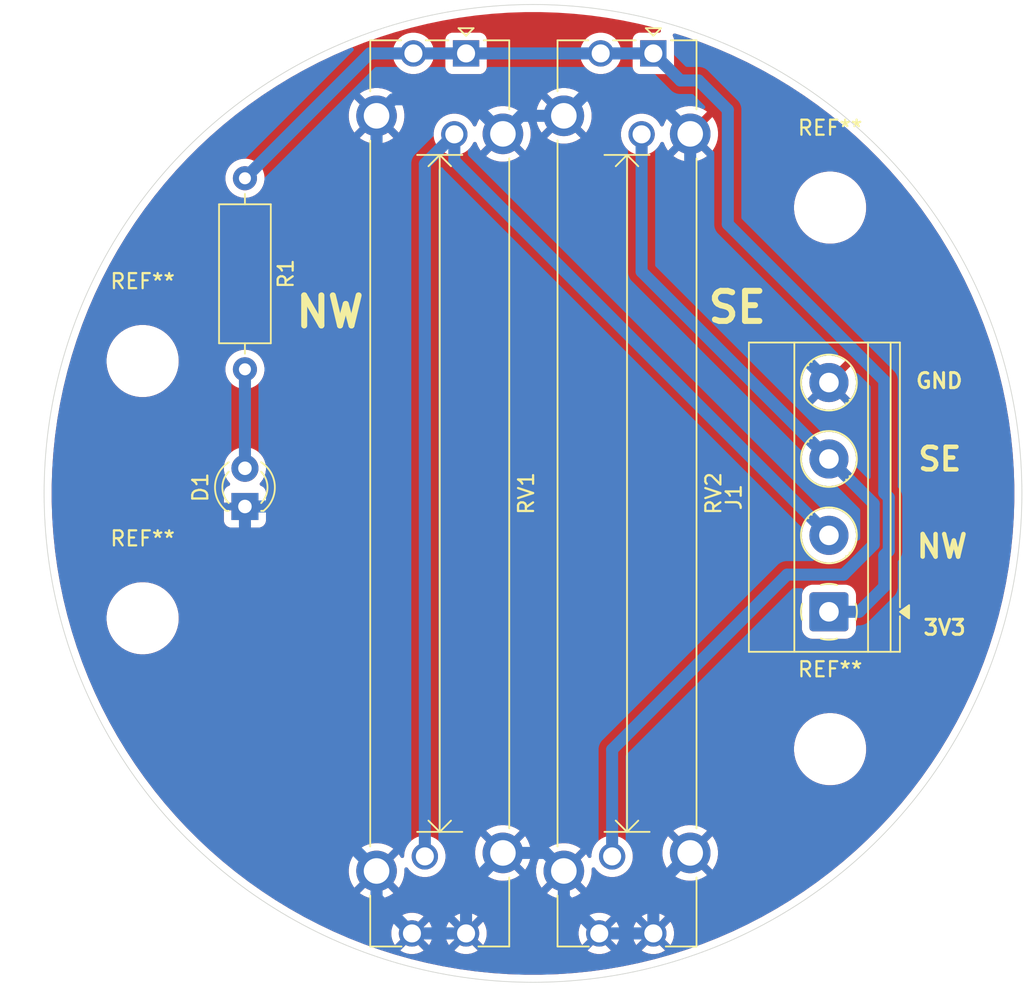
<source format=kicad_pcb>
(kicad_pcb (version 20241229) (generator "pcbnew") (generator_version "9.0")
  (layers (0 "F.Cu" signal) (2 "B.Cu" signal) (13 "F.Paste" user) (15 "B.Paste" user) (5 "F.SilkS" user "F.Silkscreen") (7 "B.SilkS" user "B.Silkscreen") (1 "F.Mask" user) (3 "B.Mask" user) (25 "Edge.Cuts" user))
  (net 0 "")
  (net 1 "+3.3V")
  (net 2 "Net-(J1-Pin_2)")
  (net 3 "Net-(J1-Pin_3)")
  (net 4 "GNDREF")
  (net 5 "Net-(D1-A)")
  (footprint "Potentiometer_THT:Potentiometer_Bourns_PTA4543_Single_Slide" (layer "F.Cu") (at 144.55 67.05 -90)
    (property "Reference" "RV1" (at 29.25 -4 90) (layer "F.SilkS"))
    (property "Value" "10k")
    (fp_line (start -0.87 6.37) (end 2.515 6.37) (stroke (width 0.12)) (layer "F.SilkS"))
    (fp_line (start 5.786 6.37) (end 52.715 6.37) (stroke (width 0.12)) (layer "F.SilkS"))
    (fp_line (start 55.986 6.37) (end 59.37 6.37) (stroke (width 0.12)) (layer "F.SilkS"))
    (fp_line (start -0.87 4.323) (end -0.87 6.37) (stroke (width 0.12)) (layer "F.SilkS"))
    (fp_line (start 59.37 4.29) (end 59.37 6.37) (stroke (width 0.12)) (layer "F.SilkS"))
    (fp_line (start 6.75 1.75) (end 7.5 2.5) (stroke (width 0.12)) (layer "F.SilkS"))
    (fp_line (start 6.75 1.75) (end 51.75 1.75) (stroke (width 0.12)) (layer "F.SilkS"))
    (fp_line (start 51.75 1.75) (end 51 2.5) (stroke (width 0.12)) (layer "F.SilkS"))
    (fp_line (start -0.87 1.175) (end -0.87 2.678) (stroke (width 0.12)) (layer "F.SilkS"))
    (fp_line (start 7.5 1) (end 6.75 1.75) (stroke (width 0.12)) (layer "F.SilkS"))
    (fp_line (start 51 1) (end 51.75 1.75) (stroke (width 0.12)) (layer "F.SilkS"))
    (fp_line (start -1.675 0.5) (end -1.175 0) (stroke (width 0.12)) (layer "F.SilkS"))
    (fp_line (start 6.75 0.25) (end 6.75 3.25) (stroke (width 0.12)) (layer "F.SilkS"))
    (fp_line (start 51.75 0.25) (end 51.75 3.25) (stroke (width 0.12)) (layer "F.SilkS"))
    (fp_line (start -1.175 0) (end -1.675 -0.5) (stroke (width 0.12)) (layer "F.SilkS"))
    (fp_line (start -1.675 -0.5) (end -1.675 0.5) (stroke (width 0.12)) (layer "F.SilkS"))
    (fp_line (start -0.87 -2.87) (end -0.87 -1.175) (stroke (width 0.12)) (layer "F.SilkS"))
    (fp_line (start -0.87 -2.87) (end 3.715 -2.87) (stroke (width 0.12)) (layer "F.SilkS"))
    (fp_line (start 6.986 -2.87) (end 51.515 -2.87) (stroke (width 0.12)) (layer "F.SilkS"))
    (fp_line (start 54.786 -2.87) (end 59.37 -2.87) (stroke (width 0.12)) (layer "F.SilkS"))
    (fp_line (start 59.37 -2.87) (end 59.37 -0.823) (stroke (width 0.12)) (layer "F.SilkS"))
    (pad "1" thru_hole rect (at 0 0 270) (size 1.75 1.75) (drill 1.2) (layers "*.Cu" "*.Mask") (net 1 "+3.3V"))
    (pad "1" thru_hole circle (at 0 3.5 270) (size 1.75 1.75) (drill 1.2) (layers "*.Cu" "*.Mask") (net 1 "+3.3V"))
    (pad "2" thru_hole circle (at 5.38 0.78 270) (size 1.75 1.75) (drill 1.2) (layers "*.Cu" "*.Mask") (net 2 "Net-(J1-Pin_2)"))
    (pad "2" thru_hole circle (at 53.38 2.74 270) (size 1.75 1.75) (drill 1.2) (layers "*.Cu" "*.Mask") (net 2 "Net-(J1-Pin_2)"))
    (pad "3" thru_hole circle (at 58.5 0 270) (size 1.75 1.75) (drill 1.2) (layers "*.Cu" "*.Mask") (net 4 "GNDREF"))
    (pad "3" thru_hole circle (at 58.5 3.5965 270) (size 1.75 1.75) (drill 1.2) (layers "*.Cu" "*.Mask") (net 4 "GNDREF"))
    (pad "MP" thru_hole circle (at 4.15 5.95 270) (size 2.7 2.7) (drill 1.7) (layers "*.Cu" "*.Mask") (net 4 "GNDREF"))
    (pad "MP" thru_hole circle (at 5.35 -2.45 270) (size 2.7 2.7) (drill 1.7) (layers "*.Cu" "*.Mask") (net 4 "GNDREF"))
    (pad "MP" thru_hole circle (at 53.15 -2.45 270) (size 2.7 2.7) (drill 1.7) (layers "*.Cu" "*.Mask") (net 4 "GNDREF"))
    (pad "MP" thru_hole circle (at 54.35 5.95 270) (size 2.7 2.7) (drill 1.7) (layers "*.Cu" "*.Mask") (net 4 "GNDREF"))
  )
  (footprint "MountingHole:MountingHole_4.3mm_M4" (layer "F.Cu") (at 123.05 87.5)
    (property "Reference" "REF**" (at 0 -5.3 0) (layer "F.SilkS"))
    (property "Value" "MountingHole_4.3mm_M4")
    (pad "" np_thru_hole circle (at 0 0) (size 4.3 4.3) (drill 4.3) (layers "*.Cu" "*.Mask"))
  )
  (footprint "LED_THT:LED_D3.0mm" (layer "F.Cu") (at 129.85 97.17 90)
    (property "Reference" "D1" (at 1.27 -2.96 90) (layer "F.SilkS"))
    (property "Value" "LED")
    (fp_line (start -0.29 -1.236) (end -0.29 -1.08) (stroke (width 0.12)) (layer "F.SilkS"))
    (fp_line (start -0.29 1.08) (end -0.29 1.236) (stroke (width 0.12)) (layer "F.SilkS"))
    (fp_arc (start -0.29 -1.235516) (mid 1.365624 -1.987701) (end 2.941397 -1.080061) (stroke (width 0.12)) (layer "F.SilkS"))
    (fp_arc (start 0.229039 -1.08) (mid 1.269964 -1.5) (end 2.31091 -1.080049) (stroke (width 0.12)) (layer "F.SilkS"))
    (fp_arc (start 2.31091 1.080049) (mid 1.269964 1.5) (end 0.229039 1.08) (stroke (width 0.12)) (layer "F.SilkS"))
    (fp_arc (start 2.941397 1.080061) (mid 1.365624 1.987701) (end -0.29 1.235516) (stroke (width 0.12)) (layer "F.SilkS"))
    (pad "1" thru_hole rect (at 0 0 90) (size 1.8 1.8) (drill 0.9) (layers "*.Cu" "*.Mask") (net 4 "GNDREF"))
    (pad "2" thru_hole circle (at 2.54 0 90) (size 1.8 1.8) (drill 0.9) (layers "*.Cu" "*.Mask") (net 5 "Net-(D1-A)"))
  )
  (footprint "MountingHole:MountingHole_4.3mm_M4" (layer "F.Cu") (at 123.05 104.6)
    (property "Reference" "REF**" (at 0 -5.3 0) (layer "F.SilkS"))
    (property "Value" "MountingHole_4.3mm_M4")
    (pad "" np_thru_hole circle (at 0 0) (size 4.3 4.3) (drill 4.3) (layers "*.Cu" "*.Mask"))
  )
  (footprint "MountingHole:MountingHole_4.3mm_M4" (layer "F.Cu") (at 168.75 77.3)
    (property "Reference" "REF**" (at 0 -5.3 0) (layer "F.SilkS"))
    (property "Value" "MountingHole_4.3mm_M4")
    (pad "" np_thru_hole circle (at 0 0) (size 4.3 4.3) (drill 4.3) (layers "*.Cu" "*.Mask"))
  )
  (footprint "TerminalBlock_Phoenix:TerminalBlock_Phoenix_MKDS-1,5-4-5.08_1x04_P5.08mm_Horizontal" (layer "F.Cu") (at 168.6725 104.17 90)
    (property "Reference" "J1" (at 7.62 -6.32 90) (layer "F.SilkS"))
    (property "Value" "Screw_Terminal_01x04")
    (fp_line (start 17.9 -5.32) (end 17.9 4.72) (stroke (width 0.12)) (layer "F.SilkS"))
    (fp_line (start -2.66 -5.32) (end 17.9 -5.32) (stroke (width 0.12)) (layer "F.SilkS"))
    (fp_line (start -2.66 -5.32) (end -2.66 4.72) (stroke (width 0.12)) (layer "F.SilkS"))
    (fp_line (start -2.66 -2.3) (end 17.9 -2.3) (stroke (width 0.12)) (layer "F.SilkS"))
    (fp_line (start 16.424 -1.411) (end 16.38 -1.367) (stroke (width 0.12)) (layer "F.SilkS"))
    (fp_line (start 11.344 -1.411) (end 11.3 -1.367) (stroke (width 0.12)) (layer "F.SilkS"))
    (fp_line (start 6.264 -1.411) (end 6.22 -1.367) (stroke (width 0.12)) (layer "F.SilkS"))
    (fp_line (start 16.651 -1.184) (end 16.607 -1.14) (stroke (width 0.12)) (layer "F.SilkS"))
    (fp_line (start 11.571 -1.184) (end 11.527 -1.14) (stroke (width 0.12)) (layer "F.SilkS"))
    (fp_line (start 6.491 -1.184) (end 6.447 -1.14) (stroke (width 0.12)) (layer "F.SilkS"))
    (fp_line (start 13.873 1.14) (end 13.829 1.183) (stroke (width 0.12)) (layer "F.SilkS"))
    (fp_line (start 8.793 1.14) (end 8.749 1.183) (stroke (width 0.12)) (layer "F.SilkS"))
    (fp_line (start 3.713 1.14) (end 3.669 1.183) (stroke (width 0.12)) (layer "F.SilkS"))
    (fp_line (start 14.1 1.367) (end 14.056 1.41) (stroke (width 0.12)) (layer "F.SilkS"))
    (fp_line (start 9.02 1.367) (end 8.976 1.41) (stroke (width 0.12)) (layer "F.SilkS"))
    (fp_line (start 3.94 1.367) (end 3.896 1.41) (stroke (width 0.12)) (layer "F.SilkS"))
    (fp_line (start -2.66 2.6) (end 17.9 2.6) (stroke (width 0.12)) (layer "F.SilkS"))
    (fp_line (start -2.66 4.1) (end 17.9 4.1) (stroke (width 0.12)) (layer "F.SilkS"))
    (fp_line (start 0.3 4.72) (end 17.9 4.72) (stroke (width 0.12)) (layer "F.SilkS"))
    (fp_line (start -2.66 4.72) (end -0.3 4.72) (stroke (width 0.12)) (layer "F.SilkS"))
    (fp_arc (start -0.54 -1.78) (mid -0.000355 -1.860107) (end 0.539321 -1.780206) (stroke (width 0.12)) (layer "F.SilkS"))
    (fp_arc (start 1.78 -0.54) (mid 1.860107 -0.000355) (end 1.780206 0.539321) (stroke (width 0.12)) (layer "F.SilkS"))
    (fp_arc (start -1.78 0.54) (mid -1.860107 0.000355) (end -1.780206 -0.539321) (stroke (width 0.12)) (layer "F.SilkS"))
    (fp_arc (start 0.54 1.78) (mid 0.000355 1.860107) (end -0.539321 1.780206) (stroke (width 0.12)) (layer "F.SilkS"))
    (fp_circle (center 15.24 0) (end 17.1 0) (stroke (width 0.12)) (fill no) (layer "F.SilkS"))
    (fp_circle (center 10.16 0) (end 12.02 0) (stroke (width 0.12)) (fill no) (layer "F.SilkS"))
    (fp_circle (center 5.08 0) (end 6.94 0) (stroke (width 0.12)) (fill no) (layer "F.SilkS"))
    (fp_poly (pts (xy 0 4.72) (xy 0.44 5.33) (xy -0.44 5.33) (xy 0 4.72)) (stroke (width 0.12)) (fill yes) (layer "F.SilkS"))
    (pad "1" thru_hole roundrect (at 0 0 90) (size 2.6 2.6) (drill 1.3) (layers "*.Cu" "*.Mask") (roundrect_rratio 0.096154) (net 1 "+3.3V"))
    (pad "2" thru_hole circle (at 5.08 0 90) (size 2.6 2.6) (drill 1.3) (layers "*.Cu" "*.Mask") (net 2 "Net-(J1-Pin_2)"))
    (pad "3" thru_hole circle (at 10.16 0 90) (size 2.6 2.6) (drill 1.3) (layers "*.Cu" "*.Mask") (net 3 "Net-(J1-Pin_3)"))
    (pad "4" thru_hole circle (at 15.24 0 90) (size 2.6 2.6) (drill 1.3) (layers "*.Cu" "*.Mask") (net 4 "GNDREF"))
  )
  (footprint "Potentiometer_THT:Potentiometer_Bourns_PTA4543_Single_Slide" (layer "F.Cu") (at 157 67.05 -90)
    (property "Reference" "RV2" (at 29.25 -4 90) (layer "F.SilkS"))
    (property "Value" "10k")
    (fp_line (start -0.87 6.37) (end 2.515 6.37) (stroke (width 0.12)) (layer "F.SilkS"))
    (fp_line (start 5.786 6.37) (end 52.715 6.37) (stroke (width 0.12)) (layer "F.SilkS"))
    (fp_line (start 55.986 6.37) (end 59.37 6.37) (stroke (width 0.12)) (layer "F.SilkS"))
    (fp_line (start -0.87 4.323) (end -0.87 6.37) (stroke (width 0.12)) (layer "F.SilkS"))
    (fp_line (start 59.37 4.29) (end 59.37 6.37) (stroke (width 0.12)) (layer "F.SilkS"))
    (fp_line (start 6.75 1.75) (end 7.5 2.5) (stroke (width 0.12)) (layer "F.SilkS"))
    (fp_line (start 6.75 1.75) (end 51.75 1.75) (stroke (width 0.12)) (layer "F.SilkS"))
    (fp_line (start 51.75 1.75) (end 51 2.5) (stroke (width 0.12)) (layer "F.SilkS"))
    (fp_line (start -0.87 1.175) (end -0.87 2.678) (stroke (width 0.12)) (layer "F.SilkS"))
    (fp_line (start 7.5 1) (end 6.75 1.75) (stroke (width 0.12)) (layer "F.SilkS"))
    (fp_line (start 51 1) (end 51.75 1.75) (stroke (width 0.12)) (layer "F.SilkS"))
    (fp_line (start -1.675 0.5) (end -1.175 0) (stroke (width 0.12)) (layer "F.SilkS"))
    (fp_line (start 6.75 0.25) (end 6.75 3.25) (stroke (width 0.12)) (layer "F.SilkS"))
    (fp_line (start 51.75 0.25) (end 51.75 3.25) (stroke (width 0.12)) (layer "F.SilkS"))
    (fp_line (start -1.175 0) (end -1.675 -0.5) (stroke (width 0.12)) (layer "F.SilkS"))
    (fp_line (start -1.675 -0.5) (end -1.675 0.5) (stroke (width 0.12)) (layer "F.SilkS"))
    (fp_line (start -0.87 -2.87) (end -0.87 -1.175) (stroke (width 0.12)) (layer "F.SilkS"))
    (fp_line (start -0.87 -2.87) (end 3.715 -2.87) (stroke (width 0.12)) (layer "F.SilkS"))
    (fp_line (start 6.986 -2.87) (end 51.515 -2.87) (stroke (width 0.12)) (layer "F.SilkS"))
    (fp_line (start 54.786 -2.87) (end 59.37 -2.87) (stroke (width 0.12)) (layer "F.SilkS"))
    (fp_line (start 59.37 -2.87) (end 59.37 -0.823) (stroke (width 0.12)) (layer "F.SilkS"))
    (pad "1" thru_hole rect (at 0 0 270) (size 1.75 1.75) (drill 1.2) (layers "*.Cu" "*.Mask") (net 1 "+3.3V"))
    (pad "1" thru_hole circle (at 0 3.5 270) (size 1.75 1.75) (drill 1.2) (layers "*.Cu" "*.Mask") (net 1 "+3.3V"))
    (pad "2" thru_hole circle (at 5.38 0.78 270) (size 1.75 1.75) (drill 1.2) (layers "*.Cu" "*.Mask") (net 3 "Net-(J1-Pin_3)"))
    (pad "2" thru_hole circle (at 53.38 2.74 270) (size 1.75 1.75) (drill 1.2) (layers "*.Cu" "*.Mask") (net 3 "Net-(J1-Pin_3)"))
    (pad "3" thru_hole circle (at 58.5 0 270) (size 1.75 1.75) (drill 1.2) (layers "*.Cu" "*.Mask") (net 4 "GNDREF"))
    (pad "3" thru_hole circle (at 58.5 3.5965 270) (size 1.75 1.75) (drill 1.2) (layers "*.Cu" "*.Mask") (net 4 "GNDREF"))
    (pad "MP" thru_hole circle (at 4.15 5.95 270) (size 2.7 2.7) (drill 1.7) (layers "*.Cu" "*.Mask") (net 4 "GNDREF"))
    (pad "MP" thru_hole circle (at 5.35 -2.45 270) (size 2.7 2.7) (drill 1.7) (layers "*.Cu" "*.Mask") (net 4 "GNDREF"))
    (pad "MP" thru_hole circle (at 53.15 -2.45 270) (size 2.7 2.7) (drill 1.7) (layers "*.Cu" "*.Mask") (net 4 "GNDREF"))
    (pad "MP" thru_hole circle (at 54.35 5.95 270) (size 2.7 2.7) (drill 1.7) (layers "*.Cu" "*.Mask") (net 4 "GNDREF"))
  )
  (footprint "Resistor_THT:R_Axial_DIN0309_L9.0mm_D3.2mm_P12.70mm_Horizontal" (layer "F.Cu") (at 129.85 75.35 -90)
    (property "Reference" "R1" (at 6.35 -2.72 90) (layer "F.SilkS"))
    (property "Value" "220")
    (fp_line (start 1.73 1.72) (end 10.97 1.72) (stroke (width 0.12)) (layer "F.SilkS"))
    (fp_line (start 10.97 1.72) (end 10.97 -1.72) (stroke (width 0.12)) (layer "F.SilkS"))
    (fp_line (start 1.04 0) (end 1.73 0) (stroke (width 0.12)) (layer "F.SilkS"))
    (fp_line (start 11.66 0) (end 10.97 0) (stroke (width 0.12)) (layer "F.SilkS"))
    (fp_line (start 1.73 -1.72) (end 1.73 1.72) (stroke (width 0.12)) (layer "F.SilkS"))
    (fp_line (start 10.97 -1.72) (end 1.73 -1.72) (stroke (width 0.12)) (layer "F.SilkS"))
    (pad "1" thru_hole circle (at 0 0 270) (size 1.6 1.6) (drill 0.8) (layers "*.Cu" "*.Mask") (net 1 "+3.3V"))
    (pad "2" thru_hole oval (at 12.7 0 270) (size 1.6 1.6) (drill 0.8) (layers "*.Cu" "*.Mask") (net 5 "Net-(D1-A)"))
  )
  (footprint "MountingHole:MountingHole_4.3mm_M4" (layer "F.Cu") (at 168.75 113.3)
    (property "Reference" "REF**" (at 0 -5.3 0) (layer "F.SilkS"))
    (property "Value" "MountingHole_4.3mm_M4")
    (pad "" np_thru_hole circle (at 0 0) (size 4.3 4.3) (drill 4.3) (layers "*.Cu" "*.Mask"))
  )
  (gr_circle (center 149 96.3) (end 181.5 96.3) (stroke (width 0.05)) (fill no) (layer "Edge.Cuts"))
  (gr_text "NW" (at 174.35 100.7 0) (layer "F.SilkS") (effects (font (size 1.5 1.5) (thickness 0.3) (bold yes)) (justify left bottom)))
  (gr_text "SE" (at 160.45 85.1 0) (layer "F.SilkS") (effects (font (size 2 2) (thickness 0.4) (bold yes)) (justify left bottom)))
  (gr_text "GND" (at 174.35 89.4 0) (layer "F.SilkS") (effects (font (size 1 1) (thickness 0.2) (bold yes)) (justify left bottom)))
  (gr_text "SE" (at 174.45 94.9 0) (layer "F.SilkS") (effects (font (size 1.5 1.5) (thickness 0.3) (bold yes)) (justify left bottom)))
  (gr_text "3V3" (at 174.85 105.8 0) (layer "F.SilkS") (effects (font (size 1 1) (thickness 0.2) (bold yes)) (justify left bottom)))
  (gr_text "NW" (at 133.05 85.4 0) (layer "F.SilkS") (effects (font (size 2 2) (thickness 0.4) (bold yes)) (justify left bottom)))
  (segment (start 172.651 100.114628) (end 172.35 100.415628) (width 0.8) (layer "B.Cu") (net 1))
  (segment (start 172.35 96.271872) (end 172.651 96.572872) (width 0.8) (layer "B.Cu") (net 1))
  (segment (start 172.35 100.415628) (end 172.35 102.5) (width 0.8) (layer "B.Cu") (net 1))
  (segment (start 144.55 67.05) (end 153.5 67.05) (width 0.8) (layer "B.Cu") (net 1))
  (segment (start 141.05 67.05) (end 144.55 67.05) (width 0.8) (layer "B.Cu") (net 1))
  (segment (start 158.799 68.849) (end 159.999 68.849) (width 0.8) (layer "B.Cu") (net 1))
  (segment (start 161.95 78.4) (end 172.35 88.8) (width 0.8) (layer "B.Cu") (net 1))
  (segment (start 172.651 96.572872) (end 172.651 100.114628) (width 0.8) (layer "B.Cu") (net 1))
  (segment (start 138.15 67.05) (end 141.05 67.05) (width 0.8) (layer "B.Cu") (net 1))
  (segment (start 159.999 68.849) (end 161.95 70.8) (width 0.8) (layer "B.Cu") (net 1))
  (segment (start 129.85 75.35) (end 138.15 67.05) (width 0.8) (layer "B.Cu") (net 1))
  (segment (start 170.68 104.17) (end 168.6725 104.17) (width 0.8) (layer "B.Cu") (net 1))
  (segment (start 157 67.05) (end 158.799 68.849) (width 0.8) (layer "B.Cu") (net 1))
  (segment (start 161.95 70.8) (end 161.95 78.4) (width 0.8) (layer "B.Cu") (net 1))
  (segment (start 153.5 67.05) (end 157 67.05) (width 0.8) (layer "B.Cu") (net 1))
  (segment (start 172.35 88.8) (end 172.35 96.271872) (width 0.8) (layer "B.Cu") (net 1))
  (segment (start 172.35 102.5) (end 170.68 104.17) (width 0.8) (layer "B.Cu") (net 1))
  (segment (start 141.81 74.39) (end 143.77 72.43) (width 0.8) (layer "B.Cu") (net 2))
  (segment (start 168.6725 99.09) (end 143.77 74.1875) (width 0.8) (layer "B.Cu") (net 2))
  (segment (start 143.77 74.1875) (end 143.77 72.43) (width 0.8) (layer "B.Cu") (net 2))
  (segment (start 141.81 120.43) (end 141.81 74.39) (width 0.8) (layer "B.Cu") (net 2))
  (segment (start 168.6725 94.01) (end 171.65 96.9875) (width 0.8) (layer "B.Cu") (net 3))
  (segment (start 171.65 99.7) (end 169.65 101.7) (width 0.8) (layer "B.Cu") (net 3))
  (segment (start 156.22 81.5575) (end 156.22 72.43) (width 0.8) (layer "B.Cu") (net 3))
  (segment (start 154.26 113.331038) (end 154.26 120.43) (width 0.8) (layer "B.Cu") (net 3))
  (segment (start 169.34 94.01) (end 168.6725 94.01) (width 0.8) (layer "B.Cu") (net 3))
  (segment (start 165.891038 101.7) (end 154.26 113.331038) (width 0.8) (layer "B.Cu") (net 3))
  (segment (start 168.6725 94.01) (end 156.22 81.5575) (width 0.8) (layer "B.Cu") (net 3))
  (segment (start 171.65 96.9875) (end 171.65 99.7) (width 0.8) (layer "B.Cu") (net 3))
  (segment (start 169.65 101.7) (end 165.891038 101.7) (width 0.8) (layer "B.Cu") (net 3))
  (segment (start 129.85 112.65) (end 138.6 121.4) (width 0.8) (layer "B.Cu") (net 4))
  (segment (start 144.7 70.1) (end 139.7 70.1) (width 0.8) (layer "B.Cu") (net 4))
  (segment (start 151.05 71.2) (end 148.2 71.2) (width 0.8) (layer "B.Cu") (net 4))
  (segment (start 138.6 123.1965) (end 140.9535 125.55) (width 0.8) (layer "B.Cu") (net 4))
  (segment (start 157 125.55) (end 157 122.65) (width 0.8) (layer "B.Cu") (net 4))
  (segment (start 157 122.65) (end 159.45 120.2) (width 0.8) (layer "B.Cu") (net 4))
  (segment (start 159.45 79.7075) (end 168.6725 88.93) (width 0.8) (layer "B.Cu") (net 4))
  (segment (start 138.6 121.4) (end 138.6 123.1965) (width 0.8) (layer "B.Cu") (net 4))
  (segment (start 159.45 72.4) (end 159.45 79.7075) (width 0.8) (layer "B.Cu") (net 4))
  (segment (start 156.9 69.85) (end 152.4 69.85) (width 0.8) (layer "B.Cu") (net 4))
  (segment (start 153.4035 125.55) (end 157 125.55) (width 0.8) (layer "B.Cu") (net 4))
  (segment (start 149.85 120.2) (end 151.05 121.4) (width 0.8) (layer "B.Cu") (net 4))
  (segment (start 138.6 90.25) (end 138.6 71.2) (width 0.8) (layer "B.Cu") (net 4))
  (segment (start 129.85 97.57) (end 129.85 112.65) (width 0.8) (layer "B.Cu") (net 4))
  (segment (start 131.68 97.17) (end 138.6 90.25) (width 0.8) (layer "B.Cu") (net 4))
  (segment (start 144.55 125.55) (end 144.55 122.65) (width 0.8) (layer "B.Cu") (net 4))
  (segment (start 147 120.2) (end 149.85 120.2) (width 0.8) (layer "B.Cu") (net 4))
  (segment (start 159.45 72.4) (end 156.9 69.85) (width 0.8) (layer "B.Cu") (net 4))
  (segment (start 129.85 97.17) (end 131.68 97.17) (width 0.8) (layer "B.Cu") (net 4))
  (segment (start 140.9535 125.55) (end 144.55 125.55) (width 0.8) (layer "B.Cu") (net 4))
  (segment (start 151.05 123.1965) (end 153.4035 125.55) (width 0.8) (layer "B.Cu") (net 4))
  (segment (start 147 72.4) (end 144.7 70.1) (width 0.8) (layer "B.Cu") (net 4))
  (segment (start 144.55 122.65) (end 147 120.2) (width 0.8) (layer "B.Cu") (net 4))
  (segment (start 151.05 121.4) (end 151.05 123.1965) (width 0.8) (layer "B.Cu") (net 4))
  (segment (start 139.7 70.1) (end 138.6 71.2) (width 0.8) (layer "B.Cu") (net 4))
  (segment (start 148.2 71.2) (end 147 72.4) (width 0.8) (layer "B.Cu") (net 4))
  (segment (start 152.4 69.85) (end 151.05 71.2) (width 0.8) (layer "B.Cu") (net 4))
  (segment (start 129.85 88.05) (end 129.85 94.63) (width 0.8) (layer "B.Cu") (net 5))
  (zone (net 4) (net_name "GNDREF") (layers "F.Cu" "B.Cu") (connect_pads (clearance 0.5)) (min_thickness 0.25) (fill yes (thermal_gap 0.5) (thermal_bridge_width 0.5))
    (polygon (pts (xy 181.55 63.8) (xy 181.55 129) (xy 116.55 129) (xy 116.55 63.7) (xy 181.65 63.5) (xy 181.65 63.8) (xy 181.45 63.8)))
  )
)
</source>
